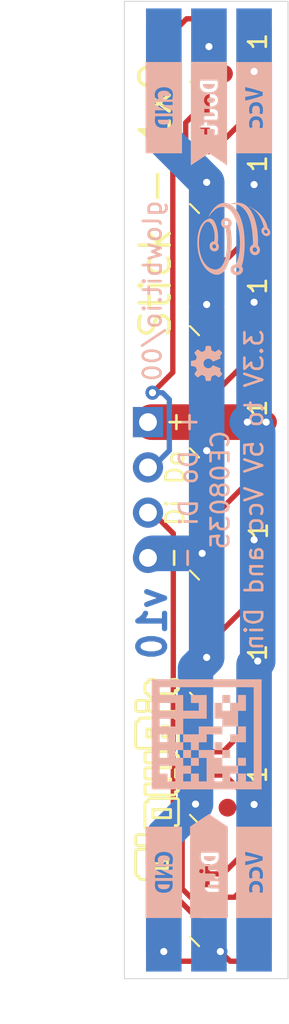
<source format=kicad_pcb>
(kicad_pcb (version 20171130) (host pcbnew "(5.1.10)-1")
  (title_block (title "GlowBit Stick 1x8") (date 2021-09-14) (rev 10) (comment 1 "Designed at Core Electronics by Brenton Schulz") (comment 2 "GlowBit and the GlowBit logo are trademarks of Core Electronics Pty Ltd.") (comment 3 "License: CCASAv4.0 https://creativecommons.org/licenses/by-sa/4.0/"))
  (layers (0 F.Cu signal) (31 B.Cu signal) (34 B.Paste user) (35 F.Paste user) (36 B.SilkS user) (37 F.SilkS user) (38 B.Mask user) (39 F.Mask user) (44 Edge.Cuts user))
  (net 0 "")
  (net 1 VCC)
  (net 2 "Net-(D1-Pad2)")
  (net 3 GND)
  (net 4 "Net-(D2-Pad2)")
  (net 5 "Net-(D13-Pad2)")
  (net 6 "Net-(D5-Pad2)")
  (net 7 "Net-(D10-Pad4)")
  (net 8 "Net-(D13-Pad4)")
  (net 9 "Net-(D10-Pad2)")
  (net 10 /Din)
  (net 11 /Dout)
  (module CoreElectronics_Components:LED_GlowBit_WS2812B_NoSilk (layer F.Cu) (at 147.889 142.916 270)
    (fp_text reference D1 hide)
    (fp_text value WS2812B)
    (fp_text user 1 (at -1.1684 -1.6002 270) (layer F.SilkS))
    (pad 3 smd rect (at 2.35 1.6 270) (size 1.3 1) (layers F.Cu F.Paste F.Mask) (net 3 GND))
    (pad 4 smd rect (at 2.35 -1.6 270) (size 1.3 1) (layers F.Cu F.Paste F.Mask) (net 10 /Din))
    (pad 2 smd rect (at -2.35 1.6 270) (size 1.3 1) (layers F.Cu F.Paste F.Mask) (net 2 "Net-(D1-Pad2)"))
    (pad 1 smd rect (at -2.35 -1.6 270) (size 1.3 1) (layers F.Cu F.Paste F.Mask) (net 1 VCC))
  )
  (module CoreElectronics_Components:LED_GlowBit_WS2812B_NoSilk (layer F.Cu) (at 147.889 94.91 270)
    (fp_text reference D14 hide)
    (fp_text value WS2812B)
    (fp_text user 1 (at -1.1684 -1.6002 270) (layer F.SilkS))
    (pad 3 smd rect (at 2.35 1.6 270) (size 1.3 1) (layers F.Cu F.Paste F.Mask) (net 3 GND))
    (pad 4 smd rect (at 2.35 -1.6 270) (size 1.3 1) (layers F.Cu F.Paste F.Mask) (net 9 "Net-(D10-Pad2)"))
    (pad 2 smd rect (at -2.35 1.6 270) (size 1.3 1) (layers F.Cu F.Paste F.Mask) (net 11 /Dout))
    (pad 1 smd rect (at -2.35 -1.6 270) (size 1.3 1) (layers F.Cu F.Paste F.Mask) (net 1 VCC))
  )
  (module lib:CE08035 (layer B.Cu) (at 146.619 132.629 270)
    (fp_text reference G*** hide)
    (fp_text value LOGO hide)
  )
  (module Fiducial:Fiducial_1mm_Mask2mm (layer F.Cu) (at 147.591 95.545 90)
    (fp_text reference FID2)
    (fp_text value Fiducial)
    (pad "" smd circle (at 0 0 90) (size 1 1) (layers F.Cu F.Mask) (clearance 0.5))
  )
  (module Fiducial:Fiducial_1mm_Mask2mm (layer F.Cu) (at 147.791 136.745 90)
    (fp_text reference FID1)
    (fp_text value Fiducial)
    (pad "" smd circle (at 0 0 90) (size 1 1) (layers F.Cu F.Mask) (clearance 0.5))
  )
  (module CoreElectronics_Artwork:CoreElectronics_logo_5mm_v2 (layer B.Cu) (at 148.143 104.816 270)
    (fp_text reference G*** hide)
    (fp_text value LOGO hide)
  )
  (module CoreElectronics_Artwork:oshw (layer B.Cu) (at 146.619 111.801 270)
    (fp_text reference G*** hide)
    (fp_text value LOGO hide)
  )
  (module Connector_PinHeader_2.54mm:PinHeader_1x04_P2.54mm_Vertical (layer F.Cu) (at 143.317 115.103)
    (fp_text reference J1)
    (fp_text value Conn_01x04_Male)
    (pad 4 thru_hole oval (at 0 7.62) (size 1.7 1.7) (drill 1) (layers *.Cu *.Mask) (net 3 GND))
    (pad 3 thru_hole oval (at 0 5.08) (size 1.7 1.7) (drill 1) (layers *.Cu *.Mask) (net 10 /Din))
    (pad 2 thru_hole oval (at 0 2.54) (size 1.7 1.7) (drill 1) (layers *.Cu *.Mask) (net 11 /Dout))
    (pad 1 thru_hole rect (at 0 0) (size 1.7 1.7) (drill 1) (layers *.Cu *.Mask) (net 1 VCC))
  )
  (module lib:3-pin-pads (layer B.Cu) (at 146.746 93.381 90)
    (fp_text reference J4)
    (fp_text value Conn_01x03_Male)
    (pad 3 smd rect (at 0 -2.54 90) (size 3 2) (layers B.Cu B.Paste B.Mask) (net 3 GND))
    (pad 2 smd rect (at 0 0 90) (size 3 2) (layers B.Cu B.Paste B.Mask) (net 11 /Dout))
    (pad 1 smd rect (at 0 2.54 90) (size 3 2) (layers B.Cu B.Paste B.Mask) (net 1 VCC))
  )
  (module lib:3-pin-pads (layer B.Cu) (at 146.746 144.445 90)
    (fp_text reference J3)
    (fp_text value Conn_01x03_Male)
    (pad 3 smd rect (at 0 -2.54 90) (size 3 2) (layers B.Cu B.Paste B.Mask) (net 3 GND))
    (pad 2 smd rect (at 0 0 90) (size 3 2) (layers B.Cu B.Paste B.Mask) (net 10 /Din))
    (pad 1 smd rect (at 0 2.54 90) (size 3 2) (layers B.Cu B.Paste B.Mask) (net 1 VCC))
  )
  (module lib:Glowbit (layer F.Cu) (at 143.825 135.169 90)
    (fp_text reference G*** hide)
    (fp_text value LOGO hide)
  )
  (module label (layer B.Cu) (at 149.286 97.45 270)
    (fp_text reference kibuzzard-6119FBA7 hide)
    (fp_text value G*** hide)
  )
  (module label (layer B.Cu) (at 149.286 140.376 270)
    (fp_text reference kibuzzard-6119FBA7 hide)
    (fp_text value G*** hide)
  )
  (module label (layer B.Cu) (at 144.206 140.376 270)
    (fp_text reference kibuzzard-6119FB8F hide)
    (fp_text value G*** hide)
  )
  (module label (layer B.Cu) (at 144.206 97.45 270)
    (fp_text reference kibuzzard-6119FB8F hide)
    (fp_text value G*** hide)
  )
  (module label (layer B.Cu) (at 146.746 140.021238 270)
    (fp_text reference kibuzzard-6119FB4C hide)
    (fp_text value G*** hide)
  )
  (module label (layer B.Cu) (at 146.746 97.789946 270)
    (fp_text reference kibuzzard-6119FB06 hide)
    (fp_text value G*** hide)
  )
  (module CoreElectronics_Components:LED_GlowBit_WS2812B_NoSilk (layer F.Cu) (at 147.889 122.342 270)
    (fp_text reference D13 hide)
    (fp_text value WS2812B)
    (fp_text user 1 (at -1.143 -1.651 90) (layer F.SilkS))
    (pad 3 smd rect (at 2.45 1.6 270) (size 1.5 1) (layers F.Cu F.Paste F.Mask) (net 3 GND))
    (pad 4 smd rect (at 2.45 -1.6 270) (size 1.5 1) (layers F.Cu F.Paste F.Mask) (net 8 "Net-(D13-Pad4)"))
    (pad 2 smd rect (at -2.45 1.6 270) (size 1.5 1) (layers F.Cu F.Paste F.Mask) (net 5 "Net-(D13-Pad2)"))
    (pad 1 smd rect (at -2.45 -1.6 270) (size 1.5 1) (layers F.Cu F.Paste F.Mask) (net 1 VCC))
  )
  (module CoreElectronics_Components:LED_GlowBit_WS2812B_NoSilk (layer F.Cu) (at 147.889 101.768 270)
    (fp_text reference D10 hide)
    (fp_text value WS2812B)
    (fp_text user 1 (at -1.1684 -1.6002 90) (layer F.SilkS))
    (pad 3 smd rect (at 2.45 1.6 270) (size 1.5 1) (layers F.Cu F.Paste F.Mask) (net 3 GND))
    (pad 4 smd rect (at 2.45 -1.6 270) (size 1.5 1) (layers F.Cu F.Paste F.Mask) (net 7 "Net-(D10-Pad4)"))
    (pad 2 smd rect (at -2.45 1.6 270) (size 1.5 1) (layers F.Cu F.Paste F.Mask) (net 9 "Net-(D10-Pad2)"))
    (pad 1 smd rect (at -2.45 -1.6 270) (size 1.5 1) (layers F.Cu F.Paste F.Mask) (net 1 VCC))
  )
  (module CoreElectronics_Components:LED_GlowBit_WS2812B_NoSilk (layer F.Cu) (at 147.889 129.2 270)
    (fp_text reference D9 hide)
    (fp_text value WS2812B)
    (fp_text user 1 (at -1.1684 -1.6002 90) (layer F.SilkS))
    (pad 3 smd rect (at 2.45 1.6 270) (size 1.5 1) (layers F.Cu F.Paste F.Mask) (net 3 GND))
    (pad 4 smd rect (at 2.45 -1.6 270) (size 1.5 1) (layers F.Cu F.Paste F.Mask) (net 6 "Net-(D5-Pad2)"))
    (pad 2 smd rect (at -2.45 1.6 270) (size 1.5 1) (layers F.Cu F.Paste F.Mask) (net 8 "Net-(D13-Pad4)"))
    (pad 1 smd rect (at -2.45 -1.6 270) (size 1.5 1) (layers F.Cu F.Paste F.Mask) (net 1 VCC))
  )
  (module CoreElectronics_Components:LED_GlowBit_WS2812B_NoSilk (layer F.Cu) (at 147.889 108.626 270)
    (fp_text reference D6 hide)
    (fp_text value WS2812B)
    (fp_text user 1 (at -1.1684 -1.6002 90) (layer F.SilkS))
    (pad 3 smd rect (at 2.45 1.6 270) (size 1.5 1) (layers F.Cu F.Paste F.Mask) (net 3 GND))
    (pad 4 smd rect (at 2.45 -1.6 270) (size 1.5 1) (layers F.Cu F.Paste F.Mask) (net 4 "Net-(D2-Pad2)"))
    (pad 2 smd rect (at -2.45 1.6 270) (size 1.5 1) (layers F.Cu F.Paste F.Mask) (net 7 "Net-(D10-Pad4)"))
    (pad 1 smd rect (at -2.45 -1.6 270) (size 1.5 1) (layers F.Cu F.Paste F.Mask) (net 1 VCC))
  )
  (module CoreElectronics_Components:LED_GlowBit_WS2812B_NoSilk (layer F.Cu) (at 147.889 136.058 270)
    (fp_text reference D5 hide)
    (fp_text value WS2812B)
    (fp_text user 1 (at -1.1684 -1.6002 90) (layer F.SilkS))
    (pad 3 smd rect (at 2.45 1.6 270) (size 1.5 1) (layers F.Cu F.Paste F.Mask) (net 3 GND))
    (pad 4 smd rect (at 2.45 -1.6 270) (size 1.5 1) (layers F.Cu F.Paste F.Mask) (net 2 "Net-(D1-Pad2)"))
    (pad 2 smd rect (at -2.45 1.6 270) (size 1.5 1) (layers F.Cu F.Paste F.Mask) (net 6 "Net-(D5-Pad2)"))
    (pad 1 smd rect (at -2.45 -1.6 270) (size 1.5 1) (layers F.Cu F.Paste F.Mask) (net 1 VCC))
  )
  (module CoreElectronics_Components:LED_GlowBit_WS2812B_NoSilk (layer F.Cu) (at 147.889 115.484 270)
    (fp_text reference D2 hide)
    (fp_text value WS2812B)
    (fp_text user 1 (at -1.1684 -1.6002 90) (layer F.SilkS))
    (pad 3 smd rect (at 2.45 1.6 270) (size 1.5 1) (layers F.Cu F.Paste F.Mask) (net 3 GND))
    (pad 4 smd rect (at 2.45 -1.6 270) (size 1.5 1) (layers F.Cu F.Paste F.Mask) (net 5 "Net-(D13-Pad2)"))
    (pad 2 smd rect (at -2.45 1.6 270) (size 1.5 1) (layers F.Cu F.Paste F.Mask) (net 4 "Net-(D2-Pad2)"))
    (pad 1 smd rect (at -2.45 -1.6 270) (size 1.5 1) (layers F.Cu F.Paste F.Mask) (net 1 VCC))
  )
  (gr_text v10 (at 143.571 126.406 90) (layer B.Cu) (effects (font (size 1.5 1.5) (thickness 0.3)) (justify mirror)))
  (gr_text glowbit.io/00 (at 143.571 107.737 90) (layer B.SilkS) (effects (font (size 1 1)) (justify mirror)))
  (gr_text CE08035 (at 147.381 118.913 90) (layer B.SilkS) (effects (font (size 1 1)) (justify mirror)))
  (gr_text "Stick - 1x8" (at 143.73352 102.657 90) (layer F.SilkS) (effects (font (size 1.7 1.7) (thickness 0.2))))
  (gr_text "3.3V to 5V Vcc and Din" (at 149.286 118.913 90) (layer B.SilkS) (effects (font (size 1 1)) (justify mirror)))
  (gr_text - (at 145.476 122.723 90) (layer B.SilkS) (effects (font (size 1 1)) (justify mirror)))
  (gr_text Di (at 145.603 120.183 90) (layer B.SilkS) (effects (font (size 1 1)) (justify mirror)))
  (gr_text Do (at 145.603 117.643 90) (layer B.SilkS) (effects (font (size 1 1)) (justify mirror)))
  (gr_text + (at 145.73 115.103 270) (layer B.SilkS) (effects (font (size 1 1)) (justify mirror)))
  (gr_text Do (at 144.841 117.643 90) (layer F.SilkS) (effects (font (size 1 1))))
  (gr_text Di (at 144.841 120.183 90) (layer F.SilkS) (effects (font (size 1 1))))
  (gr_text - (at 144.714 122.723 90) (layer F.SilkS) (effects (font (size 1 1))))
  (gr_text + (at 144.841 115.103 90) (layer F.SilkS) (effects (font (size 1 1))))
  (gr_line (start 141.991 146.345) (end 151.191 146.345) (layer Edge.Cuts) (width 0.05))
  (gr_line (start 141.991 91.481) (end 141.991 146.345) (layer Edge.Cuts) (width 0.05))
  (gr_line (start 151.191 91.481) (end 141.991 91.481) (layer Edge.Cuts) (width 0.05))
  (gr_line (start 151.191 146.345) (end 151.191 91.481) (layer Edge.Cuts) (width 0.05))
  (via (at 149.286 108.372) (size 0.8) (drill 0.4) (layers F.Cu B.Cu) (net 1))
  (segment (start 149.489 108.169) (end 149.286 108.372) (width 0.3) (layer F.Cu) (net 1))
  (segment (start 149.489 106.176) (end 149.489 108.169) (width 0.3) (layer F.Cu) (net 1))
  (via (at 149.286 101.768) (size 0.8) (drill 0.4) (layers F.Cu B.Cu) (net 1))
  (segment (start 149.489 101.565) (end 149.286 101.768) (width 0.3) (layer F.Cu) (net 1))
  (segment (start 149.489 99.318) (end 149.489 101.565) (width 0.3) (layer F.Cu) (net 1))
  (segment (start 149.286 108.372) (end 149.286 101.768) (width 2) (layer B.Cu) (net 1))
  (via (at 149.286 95.418) (size 0.8) (drill 0.4) (layers F.Cu B.Cu) (net 1))
  (segment (start 149.489 95.215) (end 149.286 95.418) (width 0.3) (layer F.Cu) (net 1))
  (segment (start 149.489 92.46) (end 149.489 95.215) (width 0.3) (layer F.Cu) (net 1))
  (segment (start 149.286 95.418) (end 149.286 93.005) (width 2) (layer B.Cu) (net 1))
  (segment (start 149.286 101.768) (end 149.286 95.418) (width 2) (layer B.Cu) (net 1))
  (via (at 149.96599 115.102983) (size 0.8) (drill 0.4) (layers F.Cu B.Cu) (net 1))
  (via (at 149.286 121.707) (size 0.8) (drill 0.4) (layers F.Cu B.Cu) (net 1))
  (segment (start 149.489 121.504) (end 149.286 121.707) (width 0.3) (layer F.Cu) (net 1))
  (segment (start 149.489 119.892) (end 149.489 121.504) (width 0.3) (layer F.Cu) (net 1))
  (segment (start 147.635008 134.915) (end 149.286008 136.566) (width 0.3) (layer F.Cu) (net 1))
  (segment (start 145.240999 141.298001) (end 145.240999 134.945013) (width 0.3) (layer F.Cu) (net 1))
  (segment (start 145.715998 141.773) (end 145.240999 141.298001) (width 0.3) (layer F.Cu) (net 1))
  (segment (start 148.182 141.773) (end 145.715998 141.773) (width 0.3) (layer F.Cu) (net 1))
  (segment (start 145.240999 134.945013) (end 145.271012 134.915) (width 0.3) (layer F.Cu) (net 1))
  (segment (start 149.489 140.466) (end 148.182 141.773) (width 0.3) (layer F.Cu) (net 1))
  (segment (start 149.489 136.363008) (end 149.286008 136.566) (width 0.3) (layer F.Cu) (net 1))
  (segment (start 149.489 133.608) (end 149.489 136.363008) (width 0.3) (layer F.Cu) (net 1))
  (segment (start 149.286 144.821) (end 149.286 136.566008) (width 2) (layer B.Cu) (net 1))
  (segment (start 149.286 136.566008) (end 149.286008 136.566) (width 2) (layer B.Cu) (net 1))
  (via (at 149.286008 136.566) (size 0.8) (drill 0.4) (layers F.Cu B.Cu) (net 1))
  (segment (start 145.271012 134.915) (end 147.635008 134.915) (width 0.3) (layer F.Cu) (net 1))
  (via (at 149.489 128.514) (size 0.8) (drill 0.4) (layers F.Cu B.Cu) (net 1))
  (segment (start 149.489 126.75) (end 149.489 128.514) (width 0.3) (layer F.Cu) (net 1))
  (segment (start 149.286008 136.566) (end 149.286008 128.716992) (width 2) (layer B.Cu) (net 1))
  (segment (start 149.286008 128.716992) (end 149.489 128.514) (width 2) (layer B.Cu) (net 1))
  (segment (start 148.904966 115.103) (end 148.904976 115.10299) (width 2) (layer F.Cu) (net 1))
  (segment (start 149.96599 115.102983) (end 148.904983 115.102983) (width 1.2) (layer F.Cu) (net 1))
  (via (at 148.904976 115.10299) (size 0.8) (drill 0.4) (layers F.Cu B.Cu) (net 1))
  (segment (start 149.489 114.518966) (end 148.904976 115.10299) (width 0.3) (layer F.Cu) (net 1))
  (segment (start 148.904983 115.102983) (end 148.904976 115.10299) (width 1.2) (layer F.Cu) (net 1))
  (segment (start 149.489 113.034) (end 149.489 114.518966) (width 0.3) (layer F.Cu) (net 1))
  (segment (start 149.286 108.372) (end 149.286 114.721966) (width 2) (layer B.Cu) (net 1))
  (segment (start 149.286 114.721966) (end 148.904976 115.10299) (width 2) (layer B.Cu) (net 1))
  (segment (start 143.52601 115.102983) (end 148.904969 115.102983) (width 2) (layer F.Cu) (net 1))
  (segment (start 148.904969 115.102983) (end 148.904976 115.10299) (width 2) (layer F.Cu) (net 1))
  (segment (start 149.489 128.514) (end 149.489 115.687014) (width 2) (layer B.Cu) (net 1))
  (segment (start 149.489 115.687014) (end 148.904976 115.10299) (width 2) (layer B.Cu) (net 1))
  (segment (start 147.531 140.466) (end 149.489 138.508) (width 0.3) (layer F.Cu) (net 2))
  (segment (start 146.289 140.466) (end 147.531 140.466) (width 0.3) (layer F.Cu) (net 2))
  (segment (start 144.751 145.366) (end 144.206 144.821) (width 0.3) (layer F.Cu) (net 3))
  (via (at 144.206 144.821) (size 0.8) (drill 0.4) (layers F.Cu B.Cu) (net 3))
  (segment (start 146.289 145.366) (end 144.751 145.366) (width 0.3) (layer F.Cu) (net 3))
  (via (at 146.619 116.70301) (size 0.8) (drill 0.4) (layers F.Cu B.Cu) (net 3))
  (segment (start 146.289 117.934) (end 146.289 117.03301) (width 0.3) (layer F.Cu) (net 3))
  (segment (start 146.289 117.03301) (end 146.619 116.70301) (width 0.3) (layer F.Cu) (net 3))
  (segment (start 146.619 122.723) (end 146.619 116.70301) (width 2) (layer B.Cu) (net 3))
  (via (at 146.364994 122.469) (size 0.8) (drill 0.4) (layers F.Cu B.Cu) (net 3))
  (segment (start 146.289 124.792) (end 146.289 122.544994) (width 0.3) (layer F.Cu) (net 3))
  (segment (start 146.619 122.723) (end 146.365 122.469) (width 2) (layer B.Cu) (net 3))
  (segment (start 146.365 122.469) (end 146.364994 122.469) (width 2) (layer B.Cu) (net 3))
  (segment (start 146.289 122.544994) (end 146.364994 122.469) (width 0.3) (layer F.Cu) (net 3))
  (via (at 146.619 101.641) (size 0.8) (drill 0.4) (layers F.Cu B.Cu) (net 3))
  (segment (start 146.289 104.218) (end 146.289 101.971) (width 0.3) (layer F.Cu) (net 3))
  (segment (start 146.289 101.971) (end 146.619 101.641) (width 0.3) (layer F.Cu) (net 3))
  (segment (start 144.206 93.005) (end 144.206 99.228) (width 2) (layer B.Cu) (net 3))
  (segment (start 144.206 99.228) (end 146.619 101.641) (width 2) (layer B.Cu) (net 3))
  (via (at 146.619 108.499) (size 0.8) (drill 0.4) (layers F.Cu B.Cu) (net 3))
  (segment (start 146.619 116.70301) (end 146.619 108.753) (width 2) (layer B.Cu) (net 3))
  (segment (start 146.289 109.083) (end 146.873 108.499) (width 0.3) (layer F.Cu) (net 3))
  (segment (start 146.289 111.076) (end 146.289 109.083) (width 0.3) (layer F.Cu) (net 3))
  (segment (start 146.619 108.499) (end 146.619 101.641) (width 2) (layer B.Cu) (net 3))
  (segment (start 143.571 122.469) (end 143.52601 122.51399) (width 2) (layer B.Cu) (net 3))
  (segment (start 146.364994 122.469) (end 143.571 122.469) (width 2) (layer B.Cu) (net 3))
  (segment (start 145.438999 100.348001) (end 146.619 101.528002) (width 0.3) (layer F.Cu) (net 3))
  (segment (start 146.289 97.36) (end 146.289 97.437998) (width 0.3) (layer F.Cu) (net 3))
  (segment (start 146.289 97.437998) (end 145.438999 98.287999) (width 0.3) (layer F.Cu) (net 3))
  (segment (start 145.438999 98.287999) (end 145.438999 100.348001) (width 0.3) (layer F.Cu) (net 3))
  (segment (start 146.619 101.528002) (end 146.619 101.641) (width 0.3) (layer F.Cu) (net 3))
  (segment (start 146.289 138.508) (end 146.289 136.843) (width 0.3) (layer F.Cu) (net 3))
  (segment (start 144.206 138.33) (end 145.991 136.545) (width 2) (layer B.Cu) (net 3))
  (segment (start 146.289 136.843) (end 145.991 136.545) (width 0.3) (layer F.Cu) (net 3))
  (segment (start 144.206 144.821) (end 144.206 138.33) (width 2) (layer B.Cu) (net 3))
  (via (at 145.991 136.545) (size 0.8) (drill 0.4) (layers F.Cu B.Cu) (net 3))
  (segment (start 145.991 136.545) (end 145.991 128.939) (width 2) (layer B.Cu) (net 3))
  (segment (start 146.289 131.65) (end 146.289 128.641) (width 0.3) (layer F.Cu) (net 3))
  (segment (start 146.619 122.723) (end 146.619 128.311) (width 2) (layer B.Cu) (net 3))
  (segment (start 145.991 128.939) (end 146.619 128.311) (width 2) (layer B.Cu) (net 3))
  (segment (start 146.289 128.641) (end 146.619 128.311) (width 0.3) (layer F.Cu) (net 3))
  (via (at 146.619 128.311) (size 0.8) (drill 0.4) (layers F.Cu B.Cu) (net 3))
  (segment (start 147.531 113.034) (end 149.489 111.076) (width 0.3) (layer F.Cu) (net 4))
  (segment (start 146.289 113.034) (end 147.531 113.034) (width 0.3) (layer F.Cu) (net 4))
  (segment (start 147.531 119.892) (end 149.489 117.934) (width 0.3) (layer F.Cu) (net 5))
  (segment (start 146.289 119.892) (end 147.531 119.892) (width 0.3) (layer F.Cu) (net 5))
  (segment (start 147.531 133.608) (end 149.489 131.65) (width 0.3) (layer F.Cu) (net 6))
  (segment (start 146.289 133.608) (end 147.531 133.608) (width 0.3) (layer F.Cu) (net 6))
  (segment (start 147.531 106.176) (end 149.489 104.218) (width 0.3) (layer F.Cu) (net 7))
  (segment (start 146.289 106.176) (end 147.531 106.176) (width 0.3) (layer F.Cu) (net 7))
  (segment (start 147.531 126.75) (end 149.489 124.792) (width 0.3) (layer F.Cu) (net 8))
  (segment (start 146.289 126.75) (end 147.531 126.75) (width 0.3) (layer F.Cu) (net 8))
  (segment (start 147.531 99.318) (end 149.489 97.36) (width 0.3) (layer F.Cu) (net 9))
  (segment (start 146.289 99.318) (end 147.531 99.318) (width 0.3) (layer F.Cu) (net 9))
  (via (at 147.389002 144.821) (size 0.8) (drill 0.4) (layers F.Cu B.Cu) (net 10))
  (segment (start 147.934002 145.366) (end 147.389002 144.821) (width 0.3) (layer F.Cu) (net 10))
  (segment (start 149.489 145.366) (end 147.934002 145.366) (width 0.3) (layer F.Cu) (net 10))
  (segment (start 147.389002 144.821) (end 147.389002 144.255315) (width 0.3) (layer F.Cu) (net 10))
  (segment (start 144.740989 121.352989) (end 143.571 120.183) (width 0.3) (layer F.Cu) (net 10))
  (segment (start 147.389002 144.255315) (end 144.740989 141.607302) (width 0.3) (layer F.Cu) (net 10))
  (segment (start 144.740989 141.607302) (end 144.740989 121.352989) (width 0.3) (layer F.Cu) (net 10))
  (via (at 146.746008 94.021) (size 0.8) (drill 0.4) (layers F.Cu B.Cu) (net 11))
  (segment (start 146.289 92.46) (end 146.289 93.563992) (width 0.3) (layer F.Cu) (net 11))
  (segment (start 146.289 93.563992) (end 146.746008 94.021) (width 0.3) (layer F.Cu) (net 11))
  (via (at 143.571 113.452) (size 0.8) (drill 0.4) (layers F.Cu B.Cu) (net 11))
  (segment (start 144.517001 116.696999) (end 144.517001 113.832316) (width 0.3) (layer B.Cu) (net 11))
  (segment (start 143.571 117.643) (end 144.517001 116.696999) (width 0.3) (layer B.Cu) (net 11))
  (segment (start 144.517001 113.832316) (end 144.136685 113.452) (width 0.3) (layer B.Cu) (net 11))
  (segment (start 144.136685 113.452) (end 143.571 113.452) (width 0.3) (layer B.Cu) (net 11))
  (segment (start 144.714 112.309) (end 143.571 113.452) (width 0.3) (layer F.Cu) (net 11))
  (segment (start 144.714 93.235) (end 144.714 112.309) (width 0.3) (layer F.Cu) (net 11))
  (segment (start 145.489 92.46) (end 144.714 93.235) (width 0.3) (layer F.Cu) (net 11))
  (segment (start 146.289 92.46) (end 145.489 92.46) (width 0.3) (layer F.Cu) (net 11))
)
</source>
